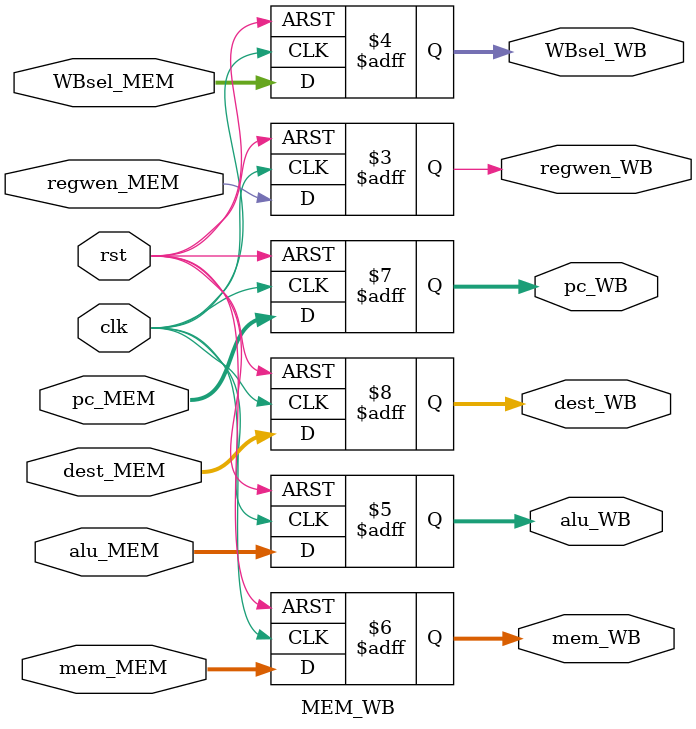
<source format=v>
`timescale 1ns / 1ps
            
module MEM_WB(
    input clk, rst,
    input [31:0] alu_MEM, mem_MEM, pc_MEM,
    input regwen_MEM,
    input [1:0] WBsel_MEM,
    output reg regwen_WB,
    output reg [1:0] WBsel_WB,
    output reg [31:0] alu_WB, mem_WB, pc_WB,
    input [4:0] dest_MEM,
    output reg [4:0] dest_WB
    );
    always @ (posedge clk or negedge rst) begin
        if (!rst) begin
            alu_WB <= 0; 
            mem_WB <= 0;
            WBsel_WB <= 0;
            regwen_WB <= 0;
            dest_WB <= 0;
            pc_WB <= 0;
        end
        else begin
            alu_WB <= alu_MEM; 
            mem_WB <= mem_MEM;
            WBsel_WB <= WBsel_MEM;
            regwen_WB <= regwen_MEM;
            dest_WB <= dest_MEM;
            pc_WB <= pc_MEM;
        end
    end
endmodule

</source>
